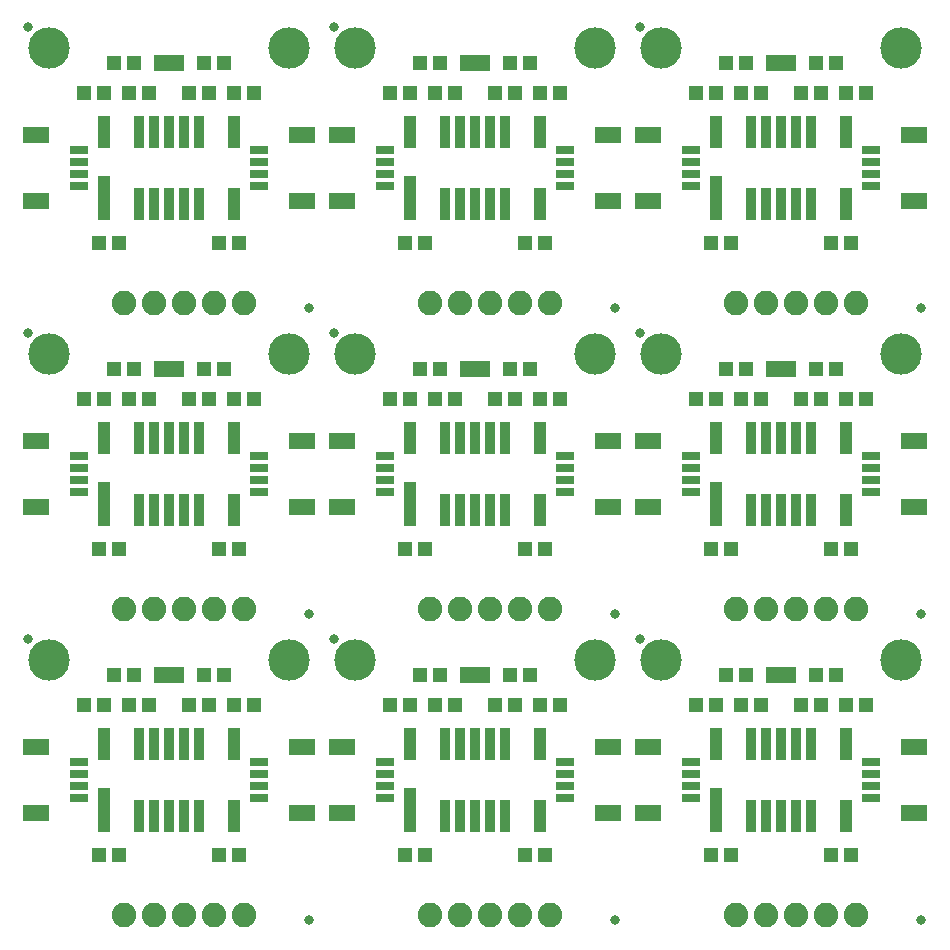
<source format=gts>
G75*
%MOIN*%
%OFA0B0*%
%FSLAX25Y25*%
%IPPOS*%
%LPD*%
%AMOC8*
5,1,8,0,0,1.08239X$1,22.5*
%
%ADD10C,0.13800*%
%ADD11C,0.03300*%
%ADD12R,0.05131X0.04737*%
%ADD13R,0.03300X0.05800*%
%ADD14R,0.08674X0.05524*%
%ADD15R,0.06115X0.03162*%
%ADD16C,0.08200*%
%ADD17R,0.03556X0.11036*%
%ADD18R,0.03950X0.14973*%
%ADD19R,0.03950X0.11036*%
D10*
X0032000Y0126500D03*
X0112000Y0126500D03*
X0134000Y0126500D03*
X0214000Y0126500D03*
X0236000Y0126500D03*
X0316000Y0126500D03*
X0316000Y0228500D03*
X0236000Y0228500D03*
X0214000Y0228500D03*
X0134000Y0228500D03*
X0112000Y0228500D03*
X0032000Y0228500D03*
X0032000Y0330500D03*
X0112000Y0330500D03*
X0134000Y0330500D03*
X0214000Y0330500D03*
X0236000Y0330500D03*
X0316000Y0330500D03*
D11*
X0229000Y0337500D03*
X0220500Y0244000D03*
X0229000Y0235500D03*
X0322500Y0244000D03*
X0322500Y0142000D03*
X0229000Y0133500D03*
X0220500Y0142000D03*
X0127000Y0133500D03*
X0118500Y0142000D03*
X0025000Y0133500D03*
X0118500Y0040000D03*
X0220500Y0040000D03*
X0322500Y0040000D03*
X0127000Y0235500D03*
X0118500Y0244000D03*
X0025000Y0235500D03*
X0025000Y0337500D03*
X0127000Y0337500D03*
D12*
X0145654Y0315500D03*
X0152346Y0315500D03*
X0160654Y0315500D03*
X0167346Y0315500D03*
X0162346Y0325500D03*
X0155654Y0325500D03*
X0180654Y0315500D03*
X0187346Y0315500D03*
X0195654Y0315500D03*
X0202346Y0315500D03*
X0192346Y0325500D03*
X0185654Y0325500D03*
X0247654Y0315500D03*
X0254346Y0315500D03*
X0262654Y0315500D03*
X0269346Y0315500D03*
X0264346Y0325500D03*
X0257654Y0325500D03*
X0282654Y0315500D03*
X0289346Y0315500D03*
X0297654Y0315500D03*
X0304346Y0315500D03*
X0294346Y0325500D03*
X0287654Y0325500D03*
X0292654Y0265500D03*
X0299346Y0265500D03*
X0259346Y0265500D03*
X0252654Y0265500D03*
X0257654Y0223500D03*
X0264346Y0223500D03*
X0262654Y0213500D03*
X0269346Y0213500D03*
X0282654Y0213500D03*
X0289346Y0213500D03*
X0297654Y0213500D03*
X0304346Y0213500D03*
X0294346Y0223500D03*
X0287654Y0223500D03*
X0254346Y0213500D03*
X0247654Y0213500D03*
X0202346Y0213500D03*
X0195654Y0213500D03*
X0187346Y0213500D03*
X0180654Y0213500D03*
X0185654Y0223500D03*
X0192346Y0223500D03*
X0167346Y0213500D03*
X0160654Y0213500D03*
X0152346Y0213500D03*
X0145654Y0213500D03*
X0155654Y0223500D03*
X0162346Y0223500D03*
X0157346Y0265500D03*
X0150654Y0265500D03*
X0190654Y0265500D03*
X0197346Y0265500D03*
X0100346Y0315500D03*
X0093654Y0315500D03*
X0085346Y0315500D03*
X0078654Y0315500D03*
X0083654Y0325500D03*
X0090346Y0325500D03*
X0065346Y0315500D03*
X0058654Y0315500D03*
X0050346Y0315500D03*
X0043654Y0315500D03*
X0053654Y0325500D03*
X0060346Y0325500D03*
X0055346Y0265500D03*
X0048654Y0265500D03*
X0088654Y0265500D03*
X0095346Y0265500D03*
X0090346Y0223500D03*
X0083654Y0223500D03*
X0085346Y0213500D03*
X0078654Y0213500D03*
X0093654Y0213500D03*
X0100346Y0213500D03*
X0065346Y0213500D03*
X0058654Y0213500D03*
X0050346Y0213500D03*
X0043654Y0213500D03*
X0053654Y0223500D03*
X0060346Y0223500D03*
X0055346Y0163500D03*
X0048654Y0163500D03*
X0088654Y0163500D03*
X0095346Y0163500D03*
X0090346Y0121500D03*
X0083654Y0121500D03*
X0085346Y0111500D03*
X0078654Y0111500D03*
X0093654Y0111500D03*
X0100346Y0111500D03*
X0065346Y0111500D03*
X0058654Y0111500D03*
X0050346Y0111500D03*
X0043654Y0111500D03*
X0053654Y0121500D03*
X0060346Y0121500D03*
X0055346Y0061500D03*
X0048654Y0061500D03*
X0088654Y0061500D03*
X0095346Y0061500D03*
X0150654Y0061500D03*
X0157346Y0061500D03*
X0190654Y0061500D03*
X0197346Y0061500D03*
X0195654Y0111500D03*
X0202346Y0111500D03*
X0192346Y0121500D03*
X0185654Y0121500D03*
X0187346Y0111500D03*
X0180654Y0111500D03*
X0167346Y0111500D03*
X0160654Y0111500D03*
X0152346Y0111500D03*
X0145654Y0111500D03*
X0155654Y0121500D03*
X0162346Y0121500D03*
X0157346Y0163500D03*
X0150654Y0163500D03*
X0190654Y0163500D03*
X0197346Y0163500D03*
X0252654Y0163500D03*
X0259346Y0163500D03*
X0292654Y0163500D03*
X0299346Y0163500D03*
X0294346Y0121500D03*
X0287654Y0121500D03*
X0289346Y0111500D03*
X0282654Y0111500D03*
X0269346Y0111500D03*
X0262654Y0111500D03*
X0254346Y0111500D03*
X0247654Y0111500D03*
X0257654Y0121500D03*
X0264346Y0121500D03*
X0297654Y0111500D03*
X0304346Y0111500D03*
X0299346Y0061500D03*
X0292654Y0061500D03*
X0259346Y0061500D03*
X0252654Y0061500D03*
D13*
X0272800Y0121500D03*
X0276000Y0121500D03*
X0279200Y0121500D03*
X0177200Y0121500D03*
X0174000Y0121500D03*
X0170800Y0121500D03*
X0075200Y0121500D03*
X0072000Y0121500D03*
X0068800Y0121500D03*
X0068800Y0223500D03*
X0072000Y0223500D03*
X0075200Y0223500D03*
X0170800Y0223500D03*
X0174000Y0223500D03*
X0177200Y0223500D03*
X0272800Y0223500D03*
X0276000Y0223500D03*
X0279200Y0223500D03*
X0279200Y0325500D03*
X0276000Y0325500D03*
X0272800Y0325500D03*
X0177200Y0325500D03*
X0174000Y0325500D03*
X0170800Y0325500D03*
X0075200Y0325500D03*
X0072000Y0325500D03*
X0068800Y0325500D03*
D14*
X0027531Y0301524D03*
X0027531Y0279476D03*
X0027531Y0199524D03*
X0027531Y0177476D03*
X0027531Y0097524D03*
X0027531Y0075476D03*
X0116469Y0075476D03*
X0129531Y0075476D03*
X0129531Y0097524D03*
X0116469Y0097524D03*
X0116469Y0177476D03*
X0129531Y0177476D03*
X0129531Y0199524D03*
X0116469Y0199524D03*
X0116469Y0279476D03*
X0129531Y0279476D03*
X0129531Y0301524D03*
X0116469Y0301524D03*
X0218469Y0301524D03*
X0231531Y0301524D03*
X0231531Y0279476D03*
X0218469Y0279476D03*
X0218469Y0199524D03*
X0231531Y0199524D03*
X0231531Y0177476D03*
X0218469Y0177476D03*
X0218469Y0097524D03*
X0231531Y0097524D03*
X0231531Y0075476D03*
X0218469Y0075476D03*
X0320469Y0075476D03*
X0320469Y0097524D03*
X0320469Y0177476D03*
X0320469Y0199524D03*
X0320469Y0279476D03*
X0320469Y0301524D03*
D15*
X0306000Y0296406D03*
X0306000Y0292469D03*
X0306000Y0288531D03*
X0306000Y0284594D03*
X0246000Y0284594D03*
X0246000Y0288531D03*
X0246000Y0292469D03*
X0246000Y0296406D03*
X0204000Y0296406D03*
X0204000Y0292469D03*
X0204000Y0288531D03*
X0204000Y0284594D03*
X0144000Y0284594D03*
X0144000Y0288531D03*
X0144000Y0292469D03*
X0144000Y0296406D03*
X0102000Y0296406D03*
X0102000Y0292469D03*
X0102000Y0288531D03*
X0102000Y0284594D03*
X0042000Y0284594D03*
X0042000Y0288531D03*
X0042000Y0292469D03*
X0042000Y0296406D03*
X0042000Y0194406D03*
X0042000Y0190469D03*
X0042000Y0186531D03*
X0042000Y0182594D03*
X0102000Y0182594D03*
X0102000Y0186531D03*
X0102000Y0190469D03*
X0102000Y0194406D03*
X0144000Y0194406D03*
X0144000Y0190469D03*
X0144000Y0186531D03*
X0144000Y0182594D03*
X0204000Y0182594D03*
X0204000Y0186531D03*
X0204000Y0190469D03*
X0204000Y0194406D03*
X0246000Y0194406D03*
X0246000Y0190469D03*
X0246000Y0186531D03*
X0246000Y0182594D03*
X0306000Y0182594D03*
X0306000Y0186531D03*
X0306000Y0190469D03*
X0306000Y0194406D03*
X0306000Y0092406D03*
X0306000Y0088469D03*
X0306000Y0084531D03*
X0306000Y0080594D03*
X0246000Y0080594D03*
X0246000Y0084531D03*
X0246000Y0088469D03*
X0246000Y0092406D03*
X0204000Y0092406D03*
X0204000Y0088469D03*
X0204000Y0084531D03*
X0204000Y0080594D03*
X0144000Y0080594D03*
X0144000Y0084531D03*
X0144000Y0088469D03*
X0144000Y0092406D03*
X0102000Y0092406D03*
X0102000Y0088469D03*
X0102000Y0084531D03*
X0102000Y0080594D03*
X0042000Y0080594D03*
X0042000Y0084531D03*
X0042000Y0088469D03*
X0042000Y0092406D03*
D16*
X0057000Y0041500D03*
X0067000Y0041500D03*
X0077000Y0041500D03*
X0087000Y0041500D03*
X0097000Y0041500D03*
X0159000Y0041500D03*
X0169000Y0041500D03*
X0179000Y0041500D03*
X0189000Y0041500D03*
X0199000Y0041500D03*
X0261000Y0041500D03*
X0271000Y0041500D03*
X0281000Y0041500D03*
X0291000Y0041500D03*
X0301000Y0041500D03*
X0301000Y0143500D03*
X0291000Y0143500D03*
X0281000Y0143500D03*
X0271000Y0143500D03*
X0261000Y0143500D03*
X0199000Y0143500D03*
X0189000Y0143500D03*
X0179000Y0143500D03*
X0169000Y0143500D03*
X0159000Y0143500D03*
X0097000Y0143500D03*
X0087000Y0143500D03*
X0077000Y0143500D03*
X0067000Y0143500D03*
X0057000Y0143500D03*
X0057000Y0245500D03*
X0067000Y0245500D03*
X0077000Y0245500D03*
X0087000Y0245500D03*
X0097000Y0245500D03*
X0159000Y0245500D03*
X0169000Y0245500D03*
X0179000Y0245500D03*
X0189000Y0245500D03*
X0199000Y0245500D03*
X0261000Y0245500D03*
X0271000Y0245500D03*
X0281000Y0245500D03*
X0291000Y0245500D03*
X0301000Y0245500D03*
D17*
X0286000Y0278492D03*
X0281000Y0278492D03*
X0276000Y0278492D03*
X0271000Y0278492D03*
X0266000Y0278492D03*
X0266000Y0302508D03*
X0271000Y0302508D03*
X0276000Y0302508D03*
X0281000Y0302508D03*
X0286000Y0302508D03*
X0184000Y0302508D03*
X0179000Y0302508D03*
X0174000Y0302508D03*
X0169000Y0302508D03*
X0164000Y0302508D03*
X0164000Y0278492D03*
X0169000Y0278492D03*
X0174000Y0278492D03*
X0179000Y0278492D03*
X0184000Y0278492D03*
X0184000Y0200508D03*
X0179000Y0200508D03*
X0174000Y0200508D03*
X0169000Y0200508D03*
X0164000Y0200508D03*
X0164000Y0176492D03*
X0169000Y0176492D03*
X0174000Y0176492D03*
X0179000Y0176492D03*
X0184000Y0176492D03*
X0266000Y0176492D03*
X0271000Y0176492D03*
X0276000Y0176492D03*
X0281000Y0176492D03*
X0286000Y0176492D03*
X0286000Y0200508D03*
X0281000Y0200508D03*
X0276000Y0200508D03*
X0271000Y0200508D03*
X0266000Y0200508D03*
X0266000Y0098508D03*
X0271000Y0098508D03*
X0276000Y0098508D03*
X0281000Y0098508D03*
X0286000Y0098508D03*
X0286000Y0074492D03*
X0281000Y0074492D03*
X0276000Y0074492D03*
X0271000Y0074492D03*
X0266000Y0074492D03*
X0184000Y0074492D03*
X0179000Y0074492D03*
X0174000Y0074492D03*
X0169000Y0074492D03*
X0164000Y0074492D03*
X0164000Y0098508D03*
X0169000Y0098508D03*
X0174000Y0098508D03*
X0179000Y0098508D03*
X0184000Y0098508D03*
X0082000Y0098508D03*
X0077000Y0098508D03*
X0072000Y0098508D03*
X0067000Y0098508D03*
X0062000Y0098508D03*
X0062000Y0074492D03*
X0067000Y0074492D03*
X0072000Y0074492D03*
X0077000Y0074492D03*
X0082000Y0074492D03*
X0082000Y0176492D03*
X0077000Y0176492D03*
X0072000Y0176492D03*
X0067000Y0176492D03*
X0062000Y0176492D03*
X0062000Y0200508D03*
X0067000Y0200508D03*
X0072000Y0200508D03*
X0077000Y0200508D03*
X0082000Y0200508D03*
X0082000Y0278492D03*
X0077000Y0278492D03*
X0072000Y0278492D03*
X0067000Y0278492D03*
X0062000Y0278492D03*
X0062000Y0302508D03*
X0067000Y0302508D03*
X0072000Y0302508D03*
X0077000Y0302508D03*
X0082000Y0302508D03*
D18*
X0050346Y0280461D03*
X0152346Y0280461D03*
X0254346Y0280461D03*
X0254346Y0178461D03*
X0152346Y0178461D03*
X0050346Y0178461D03*
X0050346Y0076461D03*
X0152346Y0076461D03*
X0254346Y0076461D03*
D19*
X0254346Y0098508D03*
X0297654Y0098508D03*
X0297654Y0074492D03*
X0195654Y0074492D03*
X0195654Y0098508D03*
X0152346Y0098508D03*
X0093654Y0098508D03*
X0093654Y0074492D03*
X0050346Y0098508D03*
X0093654Y0176492D03*
X0093654Y0200508D03*
X0050346Y0200508D03*
X0093654Y0278492D03*
X0093654Y0302508D03*
X0050346Y0302508D03*
X0152346Y0302508D03*
X0195654Y0302508D03*
X0195654Y0278492D03*
X0254346Y0302508D03*
X0297654Y0302508D03*
X0297654Y0278492D03*
X0297654Y0200508D03*
X0297654Y0176492D03*
X0254346Y0200508D03*
X0195654Y0200508D03*
X0195654Y0176492D03*
X0152346Y0200508D03*
M02*

</source>
